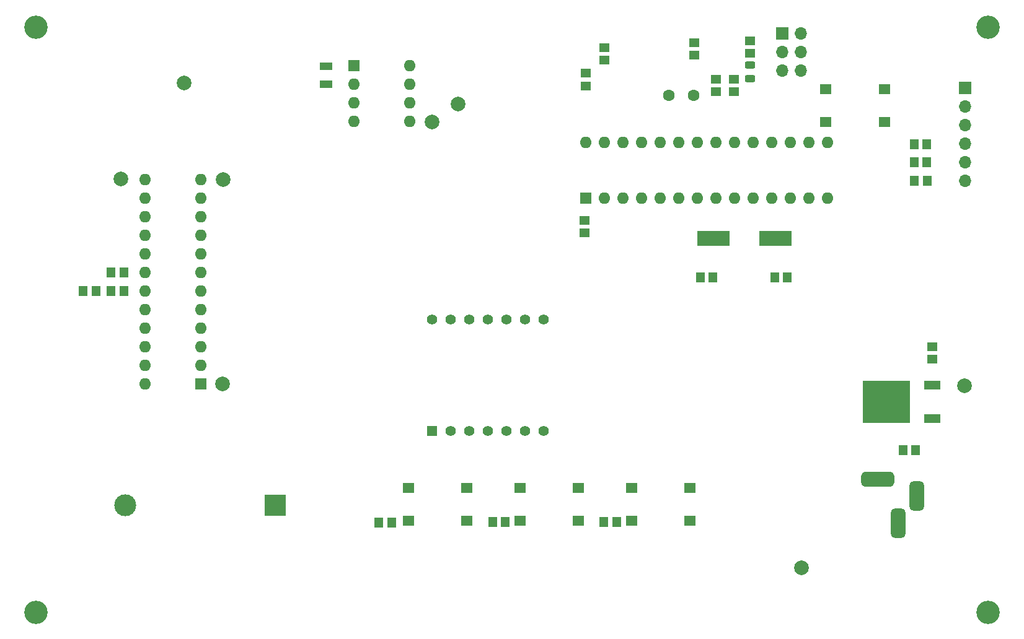
<source format=gbr>
%TF.GenerationSoftware,KiCad,Pcbnew,(6.0.5-0)*%
%TF.CreationDate,2022-07-24T16:22:49-05:00*%
%TF.ProjectId,hps_clock,6870735f-636c-46f6-936b-2e6b69636164,rev?*%
%TF.SameCoordinates,PX4c5bb48PY8abc9a0*%
%TF.FileFunction,Soldermask,Top*%
%TF.FilePolarity,Negative*%
%FSLAX46Y46*%
G04 Gerber Fmt 4.6, Leading zero omitted, Abs format (unit mm)*
G04 Created by KiCad (PCBNEW (6.0.5-0)) date 2022-07-24 16:22:49*
%MOMM*%
%LPD*%
G01*
G04 APERTURE LIST*
G04 Aperture macros list*
%AMRoundRect*
0 Rectangle with rounded corners*
0 $1 Rounding radius*
0 $2 $3 $4 $5 $6 $7 $8 $9 X,Y pos of 4 corners*
0 Add a 4 corners polygon primitive as box body*
4,1,4,$2,$3,$4,$5,$6,$7,$8,$9,$2,$3,0*
0 Add four circle primitives for the rounded corners*
1,1,$1+$1,$2,$3*
1,1,$1+$1,$4,$5*
1,1,$1+$1,$6,$7*
1,1,$1+$1,$8,$9*
0 Add four rect primitives between the rounded corners*
20,1,$1+$1,$2,$3,$4,$5,0*
20,1,$1+$1,$4,$5,$6,$7,0*
20,1,$1+$1,$6,$7,$8,$9,0*
20,1,$1+$1,$8,$9,$2,$3,0*%
G04 Aperture macros list end*
%ADD10C,3.200000*%
%ADD11R,1.400000X1.150000*%
%ADD12C,2.000000*%
%ADD13R,1.150000X1.400000*%
%ADD14R,4.500000X2.000000*%
%ADD15O,1.700000X1.700000*%
%ADD16R,1.700000X1.700000*%
%ADD17R,1.800000X1.000000*%
%ADD18R,1.600000X1.600000*%
%ADD19O,1.600000X1.600000*%
%ADD20R,1.600000X1.400000*%
%ADD21R,1.400000X1.400000*%
%ADD22C,1.400000*%
%ADD23RoundRect,0.243750X0.456250X-0.243750X0.456250X0.243750X-0.456250X0.243750X-0.456250X-0.243750X0*%
%ADD24R,2.200000X1.200000*%
%ADD25R,6.400000X5.800000*%
%ADD26C,1.600000*%
%ADD27R,3.000000X3.000000*%
%ADD28C,3.000000*%
%ADD29RoundRect,0.500000X1.750000X0.500000X-1.750000X0.500000X-1.750000X-0.500000X1.750000X-0.500000X0*%
%ADD30RoundRect,0.500000X-0.500000X1.500000X-0.500000X-1.500000X0.500000X-1.500000X0.500000X1.500000X0*%
G04 APERTURE END LIST*
D10*
%TO.C,H4*%
X134932600Y5476000D03*
%TD*%
D11*
%TO.C,C5*%
X100221800Y76604800D03*
X100221800Y78304800D03*
%TD*%
D12*
%TO.C,TP4*%
X30474000Y64602400D03*
%TD*%
D13*
%TO.C,R6*%
X51772200Y17739400D03*
X53472200Y17739400D03*
%TD*%
D11*
%TO.C,R9*%
X82518000Y82687200D03*
X82518000Y80987200D03*
%TD*%
D13*
%TO.C,C8*%
X16896200Y49362400D03*
X15196200Y49362400D03*
%TD*%
D12*
%TO.C,TP3*%
X131743200Y36433800D03*
%TD*%
D13*
%TO.C,C2*%
X125066600Y27645400D03*
X123366600Y27645400D03*
%TD*%
%TO.C,R7*%
X67291600Y17790200D03*
X68991600Y17790200D03*
%TD*%
D14*
%TO.C,Y2*%
X97445000Y56601400D03*
X105945000Y56601400D03*
%TD*%
D15*
%TO.C,J2*%
X131870200Y64424600D03*
X131870200Y66964600D03*
X131870200Y69504600D03*
X131870200Y72044600D03*
X131870200Y74584600D03*
D16*
X131870200Y77124600D03*
%TD*%
D17*
%TO.C,Y1*%
X44545000Y80152600D03*
X44545000Y77652600D03*
%TD*%
D11*
%TO.C,R10*%
X80003400Y79143000D03*
X80003400Y77443000D03*
%TD*%
D13*
%TO.C,R4*%
X124848000Y66990000D03*
X126548000Y66990000D03*
%TD*%
%TO.C,R8*%
X82506200Y17815600D03*
X84206200Y17815600D03*
%TD*%
%TO.C,R5*%
X124873400Y69403000D03*
X126573400Y69403000D03*
%TD*%
D18*
%TO.C,U2*%
X48365000Y80162600D03*
D19*
X55985000Y72542600D03*
X48365000Y77622600D03*
X55985000Y75082600D03*
X48365000Y75082600D03*
X55985000Y77622600D03*
X48365000Y72542600D03*
X55985000Y80162600D03*
%TD*%
D16*
%TO.C,J3*%
X106820800Y84577200D03*
D15*
X109360800Y84577200D03*
X106820800Y82037200D03*
X109360800Y82037200D03*
X106820800Y79497200D03*
X109360800Y79497200D03*
%TD*%
D12*
%TO.C,TP5*%
X30423200Y36713200D03*
%TD*%
D10*
%TO.C,H2*%
X134932600Y85476000D03*
%TD*%
D20*
%TO.C,SW3*%
X78999600Y22427800D03*
X70999600Y22427800D03*
X78999600Y17927800D03*
X70999600Y17927800D03*
%TD*%
D10*
%TO.C,H3*%
X4932600Y5476000D03*
%TD*%
D12*
%TO.C,TP1*%
X62580400Y74920800D03*
%TD*%
D20*
%TO.C,SW2*%
X63759600Y22427800D03*
X55759600Y22427800D03*
X63759600Y17927800D03*
X55759600Y17927800D03*
%TD*%
D21*
%TO.C,DS1*%
X58997600Y30230200D03*
D22*
X61537600Y30230200D03*
X64077600Y30230200D03*
X66617600Y30230200D03*
X69157600Y30230200D03*
X71697600Y30230200D03*
X74237600Y30230200D03*
X74237600Y45470200D03*
X71697600Y45470200D03*
X69157600Y45470200D03*
X66617600Y45470200D03*
X64077600Y45470200D03*
X61537600Y45470200D03*
X58997600Y45470200D03*
%TD*%
D13*
%TO.C,R12*%
X15196200Y51902400D03*
X16896200Y51902400D03*
%TD*%
%TO.C,C6*%
X95688800Y51242000D03*
X97388800Y51242000D03*
%TD*%
D11*
%TO.C,C4*%
X97808800Y76604800D03*
X97808800Y78304800D03*
%TD*%
%TO.C,R3*%
X94837000Y81608600D03*
X94837000Y83308600D03*
%TD*%
D18*
%TO.C,U3*%
X79988000Y62072400D03*
D19*
X113008000Y69692400D03*
X82528000Y62072400D03*
X110468000Y69692400D03*
X85068000Y62072400D03*
X107928000Y69692400D03*
X87608000Y62072400D03*
X105388000Y69692400D03*
X90148000Y62072400D03*
X102848000Y69692400D03*
X92688000Y62072400D03*
X100308000Y69692400D03*
X95228000Y62072400D03*
X97768000Y69692400D03*
X97768000Y62072400D03*
X95228000Y69692400D03*
X100308000Y62072400D03*
X92688000Y69692400D03*
X102848000Y62072400D03*
X90148000Y69692400D03*
X105388000Y62072400D03*
X87608000Y69692400D03*
X107928000Y62072400D03*
X85068000Y69692400D03*
X110468000Y62072400D03*
X82528000Y69692400D03*
X113008000Y62072400D03*
X79988000Y69692400D03*
%TD*%
D10*
%TO.C,H1*%
X4932600Y85476000D03*
%TD*%
D13*
%TO.C,C9*%
X13086200Y49362400D03*
X11386200Y49362400D03*
%TD*%
D23*
%TO.C,D1*%
X102482400Y78396900D03*
X102482400Y80271900D03*
%TD*%
D20*
%TO.C,SW4*%
X94239600Y22427800D03*
X86239600Y22427800D03*
X94239600Y17927800D03*
X86239600Y17927800D03*
%TD*%
D13*
%TO.C,C1*%
X124924200Y64424600D03*
X126624200Y64424600D03*
%TD*%
D24*
%TO.C,U1*%
X127349800Y31969400D03*
D25*
X121049800Y34249400D03*
D24*
X127349800Y36529400D03*
%TD*%
D11*
%TO.C,R1*%
X102482400Y81888000D03*
X102482400Y83588000D03*
%TD*%
D26*
%TO.C,R2*%
X94733200Y76134000D03*
X91333200Y76134000D03*
%TD*%
D11*
%TO.C,R11*%
X79876400Y57300800D03*
X79876400Y59000800D03*
%TD*%
D18*
%TO.C,U4*%
X27466200Y36657400D03*
D19*
X19846200Y64597400D03*
X27466200Y39197400D03*
X19846200Y62057400D03*
X27466200Y41737400D03*
X19846200Y59517400D03*
X27466200Y44277400D03*
X19846200Y56977400D03*
X27466200Y46817400D03*
X19846200Y54437400D03*
X27466200Y49357400D03*
X19846200Y51897400D03*
X27466200Y51897400D03*
X19846200Y49357400D03*
X27466200Y54437400D03*
X19846200Y46817400D03*
X27466200Y56977400D03*
X19846200Y44277400D03*
X27466200Y59517400D03*
X19846200Y41737400D03*
X27466200Y62057400D03*
X19846200Y39197400D03*
X27466200Y64597400D03*
X19846200Y36657400D03*
%TD*%
D11*
%TO.C,C3*%
X127366200Y40093200D03*
X127366200Y41793200D03*
%TD*%
D13*
%TO.C,C7*%
X105848800Y51242000D03*
X107548800Y51242000D03*
%TD*%
D12*
%TO.C,TP7*%
X25139400Y77785000D03*
%TD*%
%TO.C,TP6*%
X16529400Y64678600D03*
%TD*%
D20*
%TO.C,SW1*%
X120808000Y77012400D03*
X112808000Y77012400D03*
X120808000Y72512400D03*
X112808000Y72512400D03*
%TD*%
D12*
%TO.C,TP2*%
X58999000Y72457000D03*
%TD*%
%TO.C,TP8*%
X109492800Y11516400D03*
%TD*%
D27*
%TO.C,BT1*%
X37591286Y20070183D03*
D28*
X17101286Y20070183D03*
%TD*%
D29*
%TO.C,J1*%
X119899800Y23652400D03*
D30*
X125199800Y21352400D03*
X122699800Y17652400D03*
%TD*%
M02*

</source>
